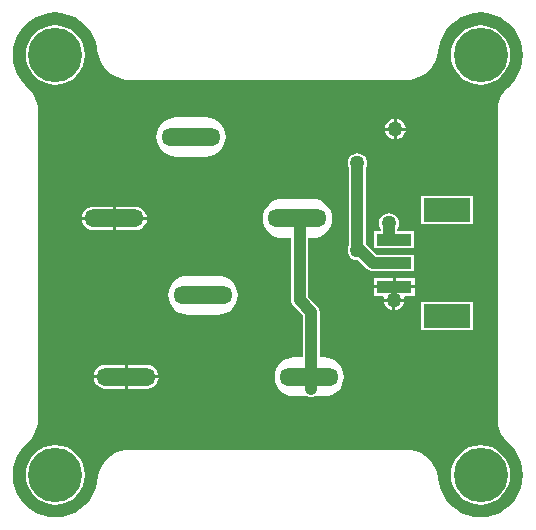
<source format=gtl>
G04*
G04 #@! TF.GenerationSoftware,Altium Limited,Altium Designer,19.0.14 (431)*
G04*
G04 Layer_Physical_Order=1*
G04 Layer_Color=255*
%FSLAX25Y25*%
%MOIN*%
G70*
G01*
G75*
%ADD18R,0.11811X0.03937*%
%ADD19R,0.15748X0.07874*%
%ADD20C,0.03937*%
%ADD21O,0.19685X0.05906*%
%ADD22C,0.18110*%
%ADD23C,0.05000*%
G36*
X73088Y83982D02*
X75250Y83463D01*
X77304Y82613D01*
X79199Y81451D01*
X80890Y80007D01*
X82333Y78317D01*
X83495Y76421D01*
X84346Y74367D01*
X84865Y72206D01*
X85039Y69990D01*
X84865Y67773D01*
X84346Y65612D01*
X83495Y63558D01*
X82333Y61663D01*
X80890Y59972D01*
X80267Y59440D01*
X79917Y59082D01*
X79820Y59000D01*
X78713Y57704D01*
X77823Y56251D01*
X77170Y54676D01*
X76772Y53019D01*
X76639Y51320D01*
X76656D01*
Y-51319D01*
X76639D01*
X76772Y-53018D01*
X77170Y-54675D01*
X77823Y-56249D01*
X78713Y-57702D01*
X79820Y-58998D01*
X79917Y-59081D01*
X80267Y-59439D01*
X80890Y-59971D01*
X82333Y-61661D01*
X83495Y-63557D01*
X84346Y-65610D01*
X84865Y-67772D01*
X85039Y-69988D01*
X84865Y-72204D01*
X84346Y-74366D01*
X83495Y-76420D01*
X82333Y-78315D01*
X80890Y-80006D01*
X79199Y-81450D01*
X77304Y-82611D01*
X75250Y-83462D01*
X73088Y-83981D01*
X70872Y-84155D01*
X68656Y-83981D01*
X66494Y-83462D01*
X64441Y-82611D01*
X62545Y-81450D01*
X60855Y-80006D01*
X59411Y-78315D01*
X58249Y-76420D01*
X57399Y-74366D01*
X56880Y-72204D01*
X56817Y-71407D01*
X56817D01*
X56734Y-70913D01*
X56725Y-70800D01*
X56327Y-69143D01*
X55675Y-67569D01*
X54785Y-66116D01*
X53678Y-64820D01*
X52382Y-63713D01*
X50929Y-62823D01*
X49355Y-62171D01*
X47697Y-61773D01*
X45999Y-61639D01*
Y-61656D01*
X-46000D01*
Y-61639D01*
X-47699Y-61773D01*
X-49356Y-62171D01*
X-50931Y-62823D01*
X-52384Y-63713D01*
X-53680Y-64820D01*
X-54787Y-66116D01*
X-55677Y-67569D01*
X-56329Y-69143D01*
X-56727Y-70800D01*
X-56736Y-70913D01*
X-56819Y-71407D01*
X-56819D01*
X-56881Y-72204D01*
X-57401Y-74366D01*
X-58251Y-76420D01*
X-59413Y-78315D01*
X-60856Y-80006D01*
X-62547Y-81450D01*
X-64442Y-82611D01*
X-66496Y-83462D01*
X-68658Y-83981D01*
X-70874Y-84155D01*
X-73090Y-83981D01*
X-75252Y-83462D01*
X-77306Y-82611D01*
X-79201Y-81450D01*
X-80892Y-80006D01*
X-82335Y-78315D01*
X-83497Y-76420D01*
X-84347Y-74366D01*
X-84866Y-72204D01*
X-85041Y-69988D01*
X-84866Y-67772D01*
X-84347Y-65610D01*
X-83497Y-63557D01*
X-82335Y-61661D01*
X-80892Y-59971D01*
X-80269Y-59439D01*
X-80269Y-59439D01*
X-79918Y-59081D01*
X-79822Y-58998D01*
X-78715Y-57702D01*
X-77824Y-56249D01*
X-77172Y-54675D01*
X-76774Y-53018D01*
X-76641Y-51319D01*
X-76658D01*
Y51320D01*
X-76641D01*
X-76774Y53019D01*
X-77172Y54676D01*
X-77824Y56251D01*
X-78715Y57704D01*
X-79822Y59000D01*
X-79918Y59082D01*
X-80269Y59440D01*
X-80269Y59440D01*
X-80892Y59972D01*
X-82335Y61663D01*
X-83497Y63558D01*
X-84347Y65612D01*
X-84866Y67773D01*
X-85041Y69990D01*
X-84866Y72206D01*
X-84347Y74367D01*
X-83497Y76421D01*
X-82335Y78317D01*
X-80892Y80007D01*
X-79201Y81451D01*
X-77306Y82613D01*
X-75252Y83463D01*
X-73090Y83982D01*
X-70874Y84157D01*
X-68658Y83982D01*
X-66496Y83463D01*
X-64442Y82613D01*
X-62547Y81451D01*
X-60856Y80007D01*
X-59413Y78317D01*
X-58251Y76421D01*
X-57401Y74367D01*
X-56881Y72206D01*
X-56819Y71409D01*
X-56819D01*
X-56736Y70914D01*
X-56727Y70802D01*
X-56329Y69145D01*
X-55677Y67570D01*
X-54787Y66117D01*
X-53680Y64821D01*
X-52384Y63715D01*
X-50931Y62824D01*
X-49356Y62172D01*
X-47699Y61774D01*
X-46000Y61641D01*
Y61658D01*
X45999D01*
Y61641D01*
X47697Y61774D01*
X49355Y62172D01*
X50929Y62824D01*
X52382Y63715D01*
X53678Y64821D01*
X54785Y66117D01*
X55675Y67570D01*
X56327Y69145D01*
X56725Y70802D01*
X56734Y70914D01*
X56817Y71409D01*
X56817D01*
X56880Y72206D01*
X57399Y74367D01*
X58249Y76421D01*
X59411Y78317D01*
X60855Y80007D01*
X62545Y81451D01*
X64441Y82613D01*
X66494Y83463D01*
X68656Y83982D01*
X70872Y84157D01*
X73088Y83982D01*
D02*
G37*
%LPC*%
G36*
X70872Y79880D02*
X68943Y79690D01*
X67087Y79127D01*
X65377Y78213D01*
X63879Y76983D01*
X62649Y75484D01*
X61735Y73774D01*
X61172Y71919D01*
X60982Y69990D01*
X61172Y68060D01*
X61735Y66205D01*
X62649Y64495D01*
X63879Y62996D01*
X65377Y61766D01*
X67087Y60852D01*
X68943Y60290D01*
X70872Y60100D01*
X72802Y60290D01*
X74657Y60852D01*
X76367Y61766D01*
X77865Y62996D01*
X79096Y64495D01*
X80010Y66205D01*
X80572Y68060D01*
X80762Y69990D01*
X80572Y71919D01*
X80010Y73774D01*
X79096Y75484D01*
X77865Y76983D01*
X76367Y78213D01*
X74657Y79127D01*
X72802Y79690D01*
X70872Y79880D01*
D02*
G37*
G36*
X-70874D02*
X-72803Y79690D01*
X-74659Y79127D01*
X-76369Y78213D01*
X-77867Y76983D01*
X-79097Y75484D01*
X-80011Y73774D01*
X-80574Y71919D01*
X-80764Y69990D01*
X-80574Y68060D01*
X-80011Y66205D01*
X-79097Y64495D01*
X-77867Y62996D01*
X-76369Y61766D01*
X-74659Y60852D01*
X-72803Y60290D01*
X-70874Y60100D01*
X-68945Y60290D01*
X-67089Y60852D01*
X-65379Y61766D01*
X-63881Y62996D01*
X-62651Y64495D01*
X-61737Y66205D01*
X-61174Y68060D01*
X-60984Y69990D01*
X-61174Y71919D01*
X-61737Y73774D01*
X-62651Y75484D01*
X-63881Y76983D01*
X-65379Y78213D01*
X-67089Y79127D01*
X-68945Y79690D01*
X-70874Y79880D01*
D02*
G37*
G36*
X42929Y48732D02*
Y45768D01*
X45893D01*
X45839Y46181D01*
X45486Y47033D01*
X44925Y47764D01*
X44194Y48325D01*
X43343Y48678D01*
X42929Y48732D01*
D02*
G37*
G36*
X41929D02*
X41515Y48678D01*
X40664Y48325D01*
X39933Y47764D01*
X39372Y47033D01*
X39019Y46181D01*
X38965Y45768D01*
X41929D01*
Y48732D01*
D02*
G37*
G36*
X45893Y44768D02*
X42929D01*
Y41803D01*
X43343Y41858D01*
X44194Y42211D01*
X44925Y42772D01*
X45486Y43503D01*
X45839Y44354D01*
X45893Y44768D01*
D02*
G37*
G36*
X41929D02*
X38965D01*
X39019Y44354D01*
X39372Y43503D01*
X39933Y42772D01*
X40664Y42211D01*
X41515Y41858D01*
X41929Y41803D01*
Y44768D01*
D02*
G37*
G36*
X-20571Y49166D02*
X-30610D01*
X-31884Y49041D01*
X-33108Y48669D01*
X-34237Y48066D01*
X-35226Y47254D01*
X-36038Y46265D01*
X-36641Y45137D01*
X-37012Y43912D01*
X-37138Y42639D01*
X-37012Y41365D01*
X-36641Y40141D01*
X-36038Y39012D01*
X-35226Y38023D01*
X-34237Y37211D01*
X-33108Y36608D01*
X-31884Y36237D01*
X-30610Y36111D01*
X-20571D01*
X-19297Y36237D01*
X-18073Y36608D01*
X-16944Y37211D01*
X-15955Y38023D01*
X-15144Y39012D01*
X-14540Y40141D01*
X-14169Y41365D01*
X-14043Y42639D01*
X-14169Y43912D01*
X-14540Y45137D01*
X-15144Y46265D01*
X-15955Y47254D01*
X-16944Y48066D01*
X-18073Y48669D01*
X-19297Y49041D01*
X-20571Y49166D01*
D02*
G37*
G36*
X-44291Y19460D02*
X-50681D01*
Y15973D01*
X-40370D01*
X-40440Y16505D01*
X-40839Y17467D01*
X-41472Y18293D01*
X-42298Y18926D01*
X-43259Y19324D01*
X-44291Y19460D01*
D02*
G37*
G36*
X-51681D02*
X-58071D01*
X-59103Y19324D01*
X-60064Y18926D01*
X-60890Y18293D01*
X-61524Y17467D01*
X-61922Y16505D01*
X-61992Y15973D01*
X-51681D01*
Y19460D01*
D02*
G37*
G36*
X68524Y23032D02*
X51201D01*
Y13584D01*
X68524D01*
Y23032D01*
D02*
G37*
G36*
X-40370Y14973D02*
X-50681D01*
Y11486D01*
X-44291D01*
X-43259Y11622D01*
X-42298Y12021D01*
X-41472Y12654D01*
X-40839Y13480D01*
X-40440Y14442D01*
X-40370Y14973D01*
D02*
G37*
G36*
X-51681D02*
X-61992D01*
X-61922Y14442D01*
X-61524Y13480D01*
X-60890Y12654D01*
X-60064Y12021D01*
X-59103Y11622D01*
X-58071Y11486D01*
X-51681D01*
Y14973D01*
D02*
G37*
G36*
X40362Y17190D02*
X39504Y17077D01*
X38704Y16746D01*
X38018Y16219D01*
X37491Y15532D01*
X37159Y14732D01*
X37046Y13874D01*
X37159Y13016D01*
X37491Y12216D01*
X37582Y12096D01*
Y11221D01*
X35452D01*
Y5709D01*
X41091D01*
X41271Y5685D01*
X42145D01*
X42326Y5709D01*
X48838D01*
Y11221D01*
X43142D01*
Y12096D01*
X43234Y12216D01*
X43565Y13016D01*
X43678Y13874D01*
X43565Y14732D01*
X43234Y15532D01*
X42707Y16219D01*
X42020Y16746D01*
X41220Y17077D01*
X40362Y17190D01*
D02*
G37*
G36*
X29862Y37166D02*
X29004Y37053D01*
X28204Y36722D01*
X27518Y36195D01*
X26991Y35508D01*
X26659Y34709D01*
X26546Y33850D01*
X26659Y32992D01*
X26991Y32193D01*
X27082Y32073D01*
Y6652D01*
X26991Y6532D01*
X26659Y5732D01*
X26546Y4874D01*
X26659Y4016D01*
X26991Y3216D01*
X27518Y2529D01*
X28204Y2002D01*
X29004Y1671D01*
X29862Y1558D01*
X30202Y1603D01*
X33180Y-1374D01*
X33755Y-1816D01*
X34426Y-2094D01*
X35145Y-2189D01*
X42145D01*
X42326Y-2165D01*
X48838D01*
Y3347D01*
X42326D01*
X42145Y3371D01*
X36297D01*
X32828Y6840D01*
X32642Y6982D01*
Y32073D01*
X32734Y32193D01*
X33065Y32992D01*
X33178Y33850D01*
X33065Y34709D01*
X32734Y35508D01*
X32207Y36195D01*
X31520Y36722D01*
X30720Y37053D01*
X29862Y37166D01*
D02*
G37*
G36*
X49051Y-4315D02*
X42645D01*
Y-6783D01*
X49051D01*
Y-4315D01*
D02*
G37*
G36*
X41645D02*
X35240D01*
Y-6783D01*
X41645D01*
Y-4315D01*
D02*
G37*
G36*
X49051Y-7783D02*
X42145D01*
X35240D01*
Y-10251D01*
X38403D01*
X38681Y-10667D01*
X38625Y-10803D01*
X38571Y-11216D01*
X45499D01*
X45445Y-10803D01*
X45389Y-10667D01*
X45666Y-10251D01*
X49051D01*
Y-7783D01*
D02*
G37*
G36*
X45499Y-12217D02*
X42535D01*
Y-15181D01*
X42949Y-15126D01*
X43800Y-14774D01*
X44531Y-14213D01*
X45092Y-13482D01*
X45445Y-12630D01*
X45499Y-12217D01*
D02*
G37*
G36*
X41535D02*
X38571D01*
X38625Y-12630D01*
X38978Y-13482D01*
X39539Y-14213D01*
X40270Y-14774D01*
X41121Y-15126D01*
X41535Y-15181D01*
Y-12217D01*
D02*
G37*
G36*
X-16634Y-3591D02*
X-26673D01*
X-27947Y-3716D01*
X-29171Y-4087D01*
X-30300Y-4691D01*
X-31289Y-5503D01*
X-32101Y-6492D01*
X-32704Y-7620D01*
X-33075Y-8845D01*
X-33201Y-10118D01*
X-33075Y-11392D01*
X-32704Y-12616D01*
X-32101Y-13745D01*
X-31289Y-14734D01*
X-30300Y-15545D01*
X-29171Y-16149D01*
X-27947Y-16520D01*
X-26673Y-16646D01*
X-16634D01*
X-15360Y-16520D01*
X-14136Y-16149D01*
X-13007Y-15545D01*
X-12018Y-14734D01*
X-11206Y-13745D01*
X-10603Y-12616D01*
X-10232Y-11392D01*
X-10106Y-10118D01*
X-10232Y-8845D01*
X-10603Y-7620D01*
X-11206Y-6492D01*
X-12018Y-5503D01*
X-13007Y-4691D01*
X-14136Y-4087D01*
X-15360Y-3716D01*
X-16634Y-3591D01*
D02*
G37*
G36*
X68524Y-12402D02*
X51201D01*
Y-21850D01*
X68524D01*
Y-12402D01*
D02*
G37*
G36*
X-40354Y-33297D02*
X-46744D01*
Y-36783D01*
X-36433D01*
X-36503Y-36252D01*
X-36902Y-35290D01*
X-37535Y-34464D01*
X-38361Y-33831D01*
X-39322Y-33432D01*
X-40354Y-33297D01*
D02*
G37*
G36*
X-47744D02*
X-54134D01*
X-55166Y-33432D01*
X-56127Y-33831D01*
X-56953Y-34464D01*
X-57587Y-35290D01*
X-57985Y-36252D01*
X-58055Y-36783D01*
X-47744D01*
Y-33297D01*
D02*
G37*
G36*
X-36433Y-37784D02*
X-46744D01*
Y-41270D01*
X-40354D01*
X-39322Y-41135D01*
X-38361Y-40736D01*
X-37535Y-40103D01*
X-36902Y-39277D01*
X-36503Y-38315D01*
X-36433Y-37784D01*
D02*
G37*
G36*
X-47744D02*
X-58055D01*
X-57985Y-38315D01*
X-57587Y-39277D01*
X-56953Y-40103D01*
X-56127Y-40736D01*
X-55166Y-41135D01*
X-54134Y-41270D01*
X-47744D01*
Y-37784D01*
D02*
G37*
G36*
X14862Y22001D02*
X4823D01*
X3549Y21875D01*
X2325Y21504D01*
X1196Y20901D01*
X207Y20089D01*
X-605Y19100D01*
X-1208Y17971D01*
X-1579Y16747D01*
X-1705Y15473D01*
X-1579Y14200D01*
X-1208Y12975D01*
X-605Y11847D01*
X207Y10858D01*
X1196Y10046D01*
X2325Y9443D01*
X3549Y9071D01*
X4823Y8946D01*
X7760D01*
Y-11728D01*
X7854Y-12448D01*
X8132Y-13118D01*
X8574Y-13694D01*
X11697Y-16817D01*
Y-30756D01*
X8760D01*
X7486Y-30881D01*
X6262Y-31253D01*
X5133Y-31856D01*
X4144Y-32668D01*
X3332Y-33657D01*
X2729Y-34786D01*
X2358Y-36010D01*
X2232Y-37284D01*
X2358Y-38557D01*
X2729Y-39781D01*
X3332Y-40910D01*
X4144Y-41899D01*
X5133Y-42711D01*
X6262Y-43314D01*
X7486Y-43685D01*
X8760Y-43811D01*
X13225D01*
X13757Y-44031D01*
X14476Y-44126D01*
X15196Y-44031D01*
X15728Y-43811D01*
X18799D01*
X20073Y-43685D01*
X21297Y-43314D01*
X22426Y-42711D01*
X23415Y-41899D01*
X24227Y-40910D01*
X24830Y-39781D01*
X25201Y-38557D01*
X25327Y-37284D01*
X25201Y-36010D01*
X24830Y-34786D01*
X24227Y-33657D01*
X23415Y-32668D01*
X22426Y-31856D01*
X21297Y-31253D01*
X20073Y-30881D01*
X18799Y-30756D01*
X17256D01*
Y-15665D01*
X17161Y-14946D01*
X16884Y-14276D01*
X16442Y-13700D01*
X13319Y-10577D01*
Y8946D01*
X14862D01*
X16136Y9071D01*
X17360Y9443D01*
X18489Y10046D01*
X19478Y10858D01*
X20290Y11847D01*
X20893Y12975D01*
X21264Y14200D01*
X21390Y15473D01*
X21264Y16747D01*
X20893Y17971D01*
X20290Y19100D01*
X19478Y20089D01*
X18489Y20901D01*
X17360Y21504D01*
X16136Y21875D01*
X14862Y22001D01*
D02*
G37*
G36*
X70872Y-60098D02*
X68943Y-60288D01*
X67087Y-60851D01*
X65377Y-61765D01*
X63879Y-62995D01*
X62649Y-64494D01*
X61735Y-66203D01*
X61172Y-68059D01*
X60982Y-69988D01*
X61172Y-71918D01*
X61735Y-73773D01*
X62649Y-75483D01*
X63879Y-76982D01*
X65377Y-78211D01*
X67087Y-79125D01*
X68943Y-79688D01*
X70872Y-79878D01*
X72802Y-79688D01*
X74657Y-79125D01*
X76367Y-78211D01*
X77865Y-76982D01*
X79096Y-75483D01*
X80010Y-73773D01*
X80572Y-71918D01*
X80762Y-69988D01*
X80572Y-68059D01*
X80010Y-66203D01*
X79096Y-64494D01*
X77865Y-62995D01*
X76367Y-61765D01*
X74657Y-60851D01*
X72802Y-60288D01*
X70872Y-60098D01*
D02*
G37*
G36*
X-70874D02*
X-72803Y-60288D01*
X-74659Y-60851D01*
X-76369Y-61765D01*
X-77867Y-62995D01*
X-79097Y-64494D01*
X-80011Y-66203D01*
X-80574Y-68059D01*
X-80764Y-69988D01*
X-80574Y-71918D01*
X-80011Y-73773D01*
X-79097Y-75483D01*
X-77867Y-76982D01*
X-76369Y-78211D01*
X-74659Y-79125D01*
X-72803Y-79688D01*
X-70874Y-79878D01*
X-68945Y-79688D01*
X-67089Y-79125D01*
X-65379Y-78211D01*
X-63881Y-76982D01*
X-62651Y-75483D01*
X-61737Y-73773D01*
X-61174Y-71918D01*
X-60984Y-69988D01*
X-61174Y-68059D01*
X-61737Y-66203D01*
X-62651Y-64494D01*
X-63881Y-62995D01*
X-65379Y-61765D01*
X-67089Y-60851D01*
X-68945Y-60288D01*
X-70874Y-60098D01*
D02*
G37*
%LPD*%
D18*
X42145Y591D02*
D03*
Y8465D02*
D03*
Y-7283D02*
D03*
D19*
X59862Y18308D02*
D03*
Y-17126D02*
D03*
D20*
X14476Y-41346D02*
Y-15665D01*
X40362Y9374D02*
Y13874D01*
Y9374D02*
X41271Y8465D01*
X29862Y4874D02*
X30862D01*
X35145Y591D01*
X29862Y4874D02*
Y33850D01*
X35145Y591D02*
X42145D01*
X41271Y8465D02*
X42145D01*
X10539Y-11728D02*
X14476Y-15665D01*
X10539Y-11728D02*
Y13772D01*
D21*
X-25591Y42639D02*
D03*
X9843Y15473D02*
D03*
X-51181D02*
D03*
X-21654Y-10118D02*
D03*
X13780Y-37284D02*
D03*
X-47244D02*
D03*
D22*
X-70874Y69990D02*
D03*
X70872D02*
D03*
Y-69988D02*
D03*
X-70874D02*
D03*
D23*
X42429Y45268D02*
D03*
X42035Y-11716D02*
D03*
X40362Y13874D02*
D03*
X29862Y4874D02*
D03*
Y33850D02*
D03*
M02*

</source>
